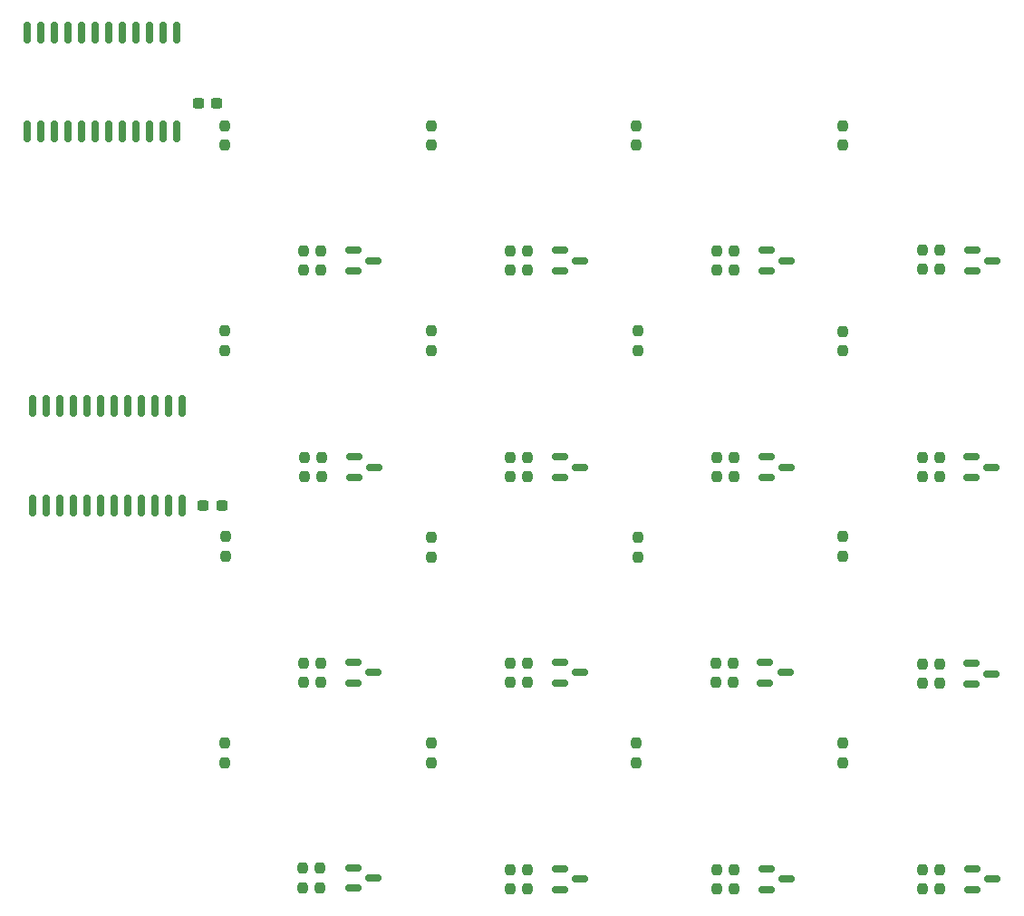
<source format=gtp>
G04 #@! TF.GenerationSoftware,KiCad,Pcbnew,9.0.0*
G04 #@! TF.CreationDate,2025-03-25T02:12:26-05:00*
G04 #@! TF.ProjectId,freeMacro_rev_1,66726565-4d61-4637-926f-5f7265765f31,rev?*
G04 #@! TF.SameCoordinates,Original*
G04 #@! TF.FileFunction,Paste,Top*
G04 #@! TF.FilePolarity,Positive*
%FSLAX46Y46*%
G04 Gerber Fmt 4.6, Leading zero omitted, Abs format (unit mm)*
G04 Created by KiCad (PCBNEW 9.0.0) date 2025-03-25 02:12:26*
%MOMM*%
%LPD*%
G01*
G04 APERTURE LIST*
G04 Aperture macros list*
%AMRoundRect*
0 Rectangle with rounded corners*
0 $1 Rounding radius*
0 $2 $3 $4 $5 $6 $7 $8 $9 X,Y pos of 4 corners*
0 Add a 4 corners polygon primitive as box body*
4,1,4,$2,$3,$4,$5,$6,$7,$8,$9,$2,$3,0*
0 Add four circle primitives for the rounded corners*
1,1,$1+$1,$2,$3*
1,1,$1+$1,$4,$5*
1,1,$1+$1,$6,$7*
1,1,$1+$1,$8,$9*
0 Add four rect primitives between the rounded corners*
20,1,$1+$1,$2,$3,$4,$5,0*
20,1,$1+$1,$4,$5,$6,$7,0*
20,1,$1+$1,$6,$7,$8,$9,0*
20,1,$1+$1,$8,$9,$2,$3,0*%
G04 Aperture macros list end*
%ADD10RoundRect,0.237500X-0.237500X0.250000X-0.237500X-0.250000X0.237500X-0.250000X0.237500X0.250000X0*%
%ADD11RoundRect,0.237500X0.237500X-0.250000X0.237500X0.250000X-0.237500X0.250000X-0.237500X-0.250000X0*%
%ADD12RoundRect,0.150000X-0.587500X-0.150000X0.587500X-0.150000X0.587500X0.150000X-0.587500X0.150000X0*%
%ADD13RoundRect,0.150000X-0.150000X0.875000X-0.150000X-0.875000X0.150000X-0.875000X0.150000X0.875000X0*%
%ADD14RoundRect,0.237500X-0.300000X-0.237500X0.300000X-0.237500X0.300000X0.237500X-0.300000X0.237500X0*%
G04 APERTURE END LIST*
D10*
X157100000Y-136987500D03*
X157100000Y-138812500D03*
D11*
X155500000Y-100312500D03*
X155500000Y-98487500D03*
D12*
X160125000Y-117750000D03*
X160125000Y-119650000D03*
X162000000Y-118700000D03*
D10*
X137900000Y-136987500D03*
X137900000Y-138812500D03*
D12*
X121625000Y-117650000D03*
X121625000Y-119550000D03*
X123500000Y-118600000D03*
D10*
X99200000Y-136887500D03*
X99200000Y-138712500D03*
D11*
X155500000Y-119612500D03*
X155500000Y-117787500D03*
X90300000Y-127000000D03*
X90300000Y-125175000D03*
D12*
X102425000Y-98450000D03*
X102425000Y-100350000D03*
X104300000Y-99400000D03*
D11*
X148100000Y-69325000D03*
X148100000Y-67500000D03*
D12*
X140962500Y-98450000D03*
X140962500Y-100350000D03*
X142837500Y-99400000D03*
X121662500Y-136950000D03*
X121662500Y-138850000D03*
X123537500Y-137900000D03*
D13*
X86350000Y-93700000D03*
X85080000Y-93700000D03*
X83810000Y-93700000D03*
X82540000Y-93700000D03*
X81270000Y-93700000D03*
X80000000Y-93700000D03*
X78730000Y-93700000D03*
X77460000Y-93700000D03*
X76190000Y-93700000D03*
X74920000Y-93700000D03*
X73650000Y-93700000D03*
X72380000Y-93700000D03*
X72380000Y-103000000D03*
X73650000Y-103000000D03*
X74920000Y-103000000D03*
X76190000Y-103000000D03*
X77460000Y-103000000D03*
X78730000Y-103000000D03*
X80000000Y-103000000D03*
X81270000Y-103000000D03*
X82540000Y-103000000D03*
X83810000Y-103000000D03*
X85080000Y-103000000D03*
X86350000Y-103000000D03*
D14*
X87837500Y-65400000D03*
X89562500Y-65400000D03*
D11*
X128900000Y-88512500D03*
X128900000Y-86687500D03*
D10*
X137900000Y-98487500D03*
X137900000Y-100312500D03*
X118600000Y-117687500D03*
X118600000Y-119512500D03*
X157100000Y-117787500D03*
X157100000Y-119612500D03*
D12*
X121625000Y-98450000D03*
X121625000Y-100350000D03*
X123500000Y-99400000D03*
X160162500Y-79150000D03*
X160162500Y-81050000D03*
X162037500Y-80100000D03*
X140962500Y-136950000D03*
X140962500Y-138850000D03*
X142837500Y-137900000D03*
D10*
X118600000Y-79187500D03*
X118600000Y-81012500D03*
D11*
X117000000Y-138812500D03*
X117000000Y-136987500D03*
X109600000Y-107812500D03*
X109600000Y-105987500D03*
D12*
X140925000Y-79150000D03*
X140925000Y-81050000D03*
X142800000Y-80100000D03*
D11*
X117000000Y-100312500D03*
X117000000Y-98487500D03*
D12*
X160162500Y-136950000D03*
X160162500Y-138850000D03*
X162037500Y-137900000D03*
D11*
X148100000Y-88525000D03*
X148100000Y-86700000D03*
D10*
X99400000Y-98487500D03*
X99400000Y-100312500D03*
X99300000Y-117687500D03*
X99300000Y-119512500D03*
D11*
X155500000Y-80912500D03*
X155500000Y-79087500D03*
X90400000Y-107725000D03*
X90400000Y-105900000D03*
D10*
X137800000Y-117687500D03*
X137800000Y-119512500D03*
D11*
X109600000Y-69312500D03*
X109600000Y-67487500D03*
D10*
X99300000Y-79187500D03*
X99300000Y-81012500D03*
D11*
X109600000Y-88512500D03*
X109600000Y-86687500D03*
D12*
X102362500Y-117650000D03*
X102362500Y-119550000D03*
X104237500Y-118600000D03*
D11*
X136300000Y-138812500D03*
X136300000Y-136987500D03*
X90300000Y-88512500D03*
X90300000Y-86687500D03*
D12*
X121625000Y-79150000D03*
X121625000Y-81050000D03*
X123500000Y-80100000D03*
D11*
X90300000Y-69312500D03*
X90300000Y-67487500D03*
X128800000Y-69325000D03*
X128800000Y-67500000D03*
X128900000Y-107812500D03*
X128900000Y-105987500D03*
X155500000Y-138812500D03*
X155500000Y-136987500D03*
D13*
X85885000Y-58750000D03*
X84615000Y-58750000D03*
X83345000Y-58750000D03*
X82075000Y-58750000D03*
X80805000Y-58750000D03*
X79535000Y-58750000D03*
X78265000Y-58750000D03*
X76995000Y-58750000D03*
X75725000Y-58750000D03*
X74455000Y-58750000D03*
X73185000Y-58750000D03*
X71915000Y-58750000D03*
X71915000Y-68050000D03*
X73185000Y-68050000D03*
X74455000Y-68050000D03*
X75725000Y-68050000D03*
X76995000Y-68050000D03*
X78265000Y-68050000D03*
X79535000Y-68050000D03*
X80805000Y-68050000D03*
X82075000Y-68050000D03*
X83345000Y-68050000D03*
X84615000Y-68050000D03*
X85885000Y-68050000D03*
D11*
X148100000Y-127025000D03*
X148100000Y-125200000D03*
D10*
X157100000Y-98487500D03*
X157100000Y-100312500D03*
D11*
X97700000Y-81012500D03*
X97700000Y-79187500D03*
X97600000Y-138712500D03*
X97600000Y-136887500D03*
D14*
X88337500Y-103000000D03*
X90062500Y-103000000D03*
D11*
X128800000Y-127012500D03*
X128800000Y-125187500D03*
X97700000Y-119512500D03*
X97700000Y-117687500D03*
D12*
X102325000Y-136850000D03*
X102325000Y-138750000D03*
X104200000Y-137800000D03*
D10*
X118600000Y-98487500D03*
X118600000Y-100312500D03*
D11*
X117000000Y-119512500D03*
X117000000Y-117687500D03*
X97800000Y-100312500D03*
X97800000Y-98487500D03*
X148100000Y-107725000D03*
X148100000Y-105900000D03*
X136200000Y-119512500D03*
X136200000Y-117687500D03*
X117000000Y-81012500D03*
X117000000Y-79187500D03*
D12*
X140825000Y-117650000D03*
X140825000Y-119550000D03*
X142700000Y-118600000D03*
D11*
X136300000Y-100312500D03*
X136300000Y-98487500D03*
D10*
X118600000Y-136987500D03*
X118600000Y-138812500D03*
X137900000Y-79187500D03*
X137900000Y-81012500D03*
D12*
X102362500Y-79150000D03*
X102362500Y-81050000D03*
X104237500Y-80100000D03*
D10*
X157100000Y-79087500D03*
X157100000Y-80912500D03*
D11*
X136300000Y-81012500D03*
X136300000Y-79187500D03*
D12*
X160125000Y-98450000D03*
X160125000Y-100350000D03*
X162000000Y-99400000D03*
D11*
X109600000Y-127000000D03*
X109600000Y-125175000D03*
M02*

</source>
